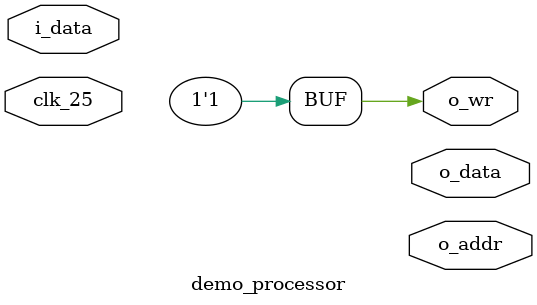
<source format=v>
/*
 * 8-áèòíûé ïðîöåññîð
 * 
 * - íà îñíîâå èíñòðóêöèè 6502
 * - íà ñêîðîñòè 25 ìãö
 */
 
module demo_processor(
   
    // Òàêòèðîâàíèå ïðîöåññîðà íà ñòàíäàðòíîé ÷àñòîòå 25 Ìãö
    input   wire        clk_25,
    
    // 8-áèòíàÿ øèíà äàííûõ
    input   wire [7:0]  i_data,         // Âõîäÿùèå äàííûå
    output  wire [15:0] o_addr,         // 16-áèòíûé àäðåñ (64 êá àäðåñíîå ïðîñòðàíñòâî)
    output  wire [7:0]  o_data,         // Äàííûå äëÿ çàïèñè
    output  wire        o_wr            // Çàïèñü â ïàìÿòü
    

);

assign o_wr = 1'b1; /// òåñò

endmodule

</source>
